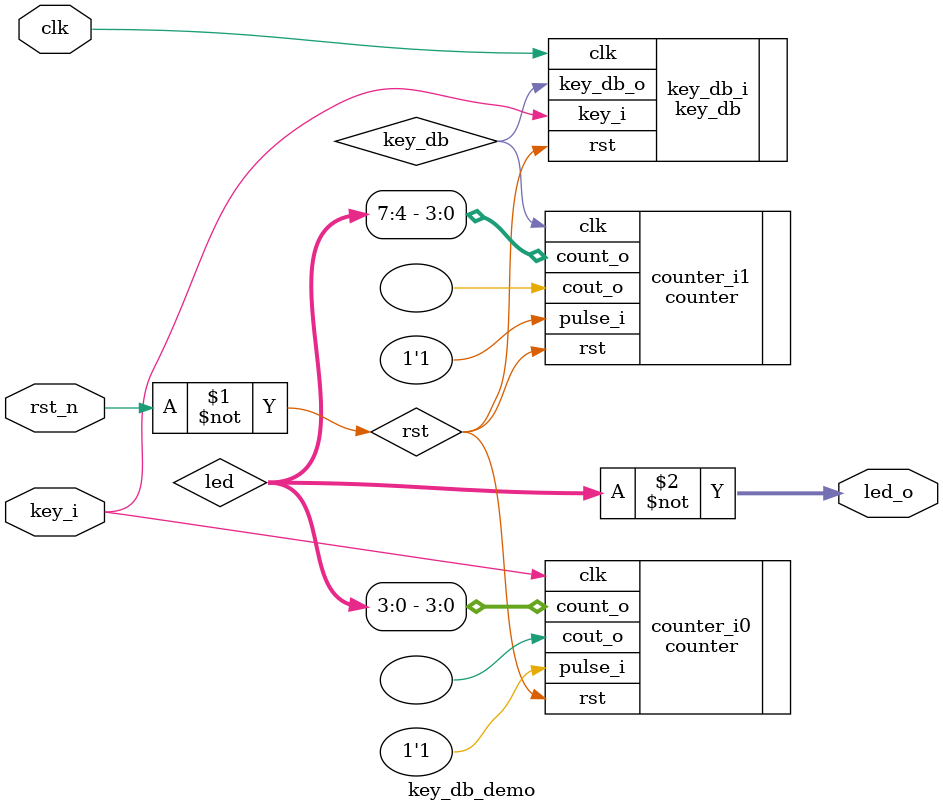
<source format=v>
`timescale 1ns/1ns                       //按键消抖主要程序
module key_db_demo(
    input        clk,                    //时钟信号
    input        rst_n,
    input        key_i,                  //按键输入信号
    output [7:0] led_o                   //输出端口：8个LED灯
); 

   wire rst =~rst_n;                     //定义一个连线RST,通过取反操作将rst_n转化为正性的复位信号
   
    wire key_db;
    key_db key_db_i(                     //按键消抖控制器
         .clk       (clk),
         .rst       (rst),
         .key_i     (key_i),            //按键输入的值
         .key_db_o  (key_db)
);

    wire[7:0] led; //存储LED灯的状态
    counter #( //16进制计数      下面四个消抖
         .WIDTH    (4),
         .DATA_MAX (15)
)counter_i0(    
       .clk       (key_i),//对按键输入信号计数，消抖前
       .rst       (rst),
       .pulse_i   (1'b1),
       .cout_o    (),
       .count_o   (led[3:0]) //计数器的输出结果作为LED灯的前四位
);

 counter #(
       .WIDTH    (4), //位宽四位
       .DATA_MAX  (15)  //最大计数值15
)counter_i1(
       .clk      (key_db),//对消抖后的按键信号计数，将该信号作为时钟脉冲
       .rst      (rst),
       .pulse_i  (1'b1),  //初始化脉冲信号为高电平
       .cout_o   (),
       .count_o  (led[7:4]) //将输出结果作为LED灯的后四位，消抖后LED灯点亮的个数依次加一
);

assign led_o[7:0]=~led[7:0]; //将led[7:0]取反后赋值给LED输出端口led_o[7:0]，实现LED灯的控制。

endmodule

</source>
